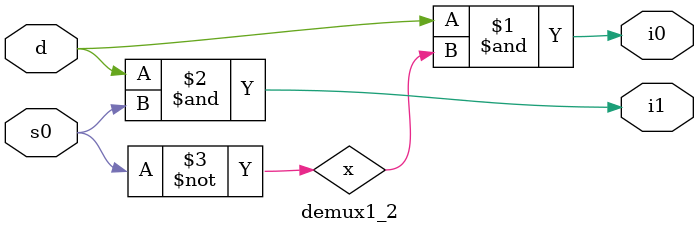
<source format=v>
module demux1_2(
  input d,s0,
  output i0,i1);
  wire x;
  not (x,s0);
  and a1(i0,d,x);
  and a2(i1,d,s0);
endmodule

</source>
